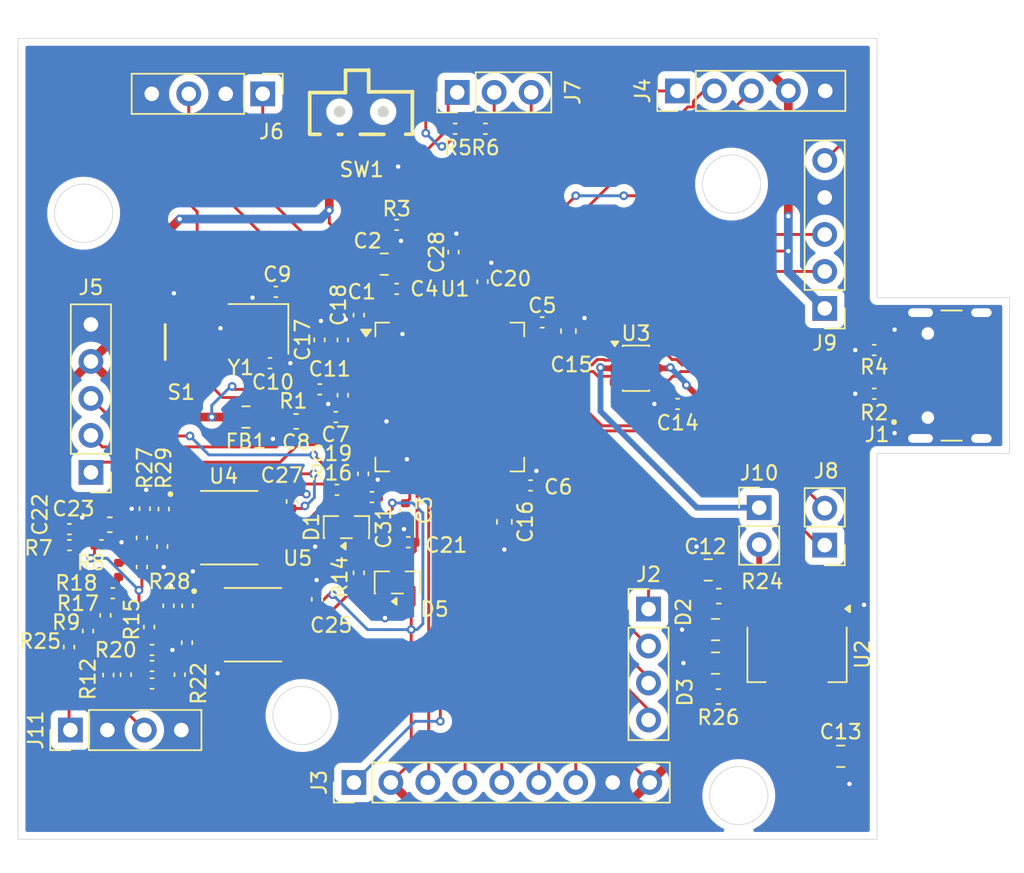
<source format=kicad_pcb>
(kicad_pcb (version 20241229) (generator "pcbnew") (generator_version "9.0")
  (layers (0 "F.Cu" signal) (2 "B.Cu" power) (13 "F.Paste" user) (15 "B.Paste" user) (5 "F.SilkS" user "F.Silkscreen") (7 "B.SilkS" user "B.Silkscreen") (1 "F.Mask" user) (3 "B.Mask" user) (25 "Edge.Cuts" user))
  (net 0 "")
  (net 1 "+3.3V")
  (net 2 "GND")
  (net 3 "+3.3VA")
  (net 4 "/HSE_IN")
  (net 5 "/HES_OUT")
  (net 6 "/RESET")
  (net 7 "+5V")
  (net 8 "/VBUS")
  (net 9 "/VCAP_2")
  (net 10 "/VCAP_1")
  (net 11 "/CHL_Select")
  (net 12 "/Pause")
  (net 13 "/Encode_2")
  (net 14 "/Encode_1")
  (net 15 "/ADC_2")
  (net 16 "+1V65")
  (net 17 "/ADC Inputs/OPA2_IN")
  (net 18 "/ADC Inputs/OPA1_IN")
  (net 19 "/ADC_1")
  (net 20 "/USB_D-")
  (net 21 "/CC2")
  (net 23 "/CC1")
  (net 25 "/USB_D+")
  (net 26 "/SD_MISO")
  (net 27 "/SD_MOSI")
  (net 28 "/SD_SCK")
  (net 29 "/SD_CS")
  (net 30 "/LCD_MOSI")
  (net 31 "/LCD_RESET")
  (net 32 "/LCD_SCK")
  (net 33 "/LCD_CS")
  (net 34 "/LCD_MISO")
  (net 35 "/LCD_DC{slash}RS")
  (net 36 "/TIM2_1B")
  (net 37 "/TIM2_1A")
  (net 38 "/TIM5_2B")
  (net 39 "/TIM5_2A")
  (net 40 "/I2C1_SDA")
  (net 41 "/Scale_Axis")
  (net 42 "/I2C1_SCL")
  (net 43 "/USART1_TX")
  (net 44 "/USART1_RX")
  (net 45 "/SWD_IO")
  (net 46 "/SWD_CLK")
  (net 47 "/5V_OUT")
  (net 48 "/Scope_In2")
  (net 49 "/Scope_In1")
  (net 50 "/BOOT_R")
  (net 51 "/BOOT")
  (net 52 "Net-(R25-Pad1)")
  (net 53 "Net-(R17-Pad2)")
  (net 54 "Net-(R12-Pad1)")
  (net 55 "/ADC Inputs/OPA2_OUT")
  (net 56 "/ADC Inputs/OPA1_OUT")
  (net 57 "Net-(R17-Pad1)")
  (net 58 "Net-(R18-Pad2)")
  (net 59 "Net-(R20-Pad2)")
  (net 60 "Net-(R21-Pad1)")
  (net 61 "Net-(R22-Pad2)")
  (net 62 "/ADC Inputs/IN+1")
  (net 63 "/ADC Inputs/IN+2")
  (net 65 "/D+")
  (net 71 "/D-")
  (net 92 "/5V_LED")
  (net 93 "/3V_LED")
  (footprint "Capacitor_SMD:C_0402_1005Metric" (layer "F.Cu") (at 142.9 102.7 90)
    (property "Reference" "C27")
    (property "Value" "100n")
  )
  (footprint "Capacitor_SMD:C_0402_1005Metric" (layer "F.Cu") (at 130.6 109)
    (property "Reference" "R18")
    (property "Value" "10M")
  )
  (footprint "Capacitor_SMD:C_0402_1005Metric" (layer "F.Cu") (at 133.1 111.32 90)
    (property "Reference" "R15")
    (property "Value" "1M")
  )
  (footprint "Capacitor_SMD:C_0402_1005Metric" (layer "F.Cu") (at 148.4 102.4 180)
    (property "Reference" "C31")
    (property "Value" "47p")
  )
  (footprint "Capacitor_SMD:C_0402_1005Metric" (layer "F.Cu") (at 128.9 111.6 90)
    (property "Reference" "R9")
    (property "Value" "10M")
  )
  (footprint "Connector_PinHeader_2.54mm:PinHeader_1x02_P2.54mm_Vertical" (layer "F.Cu") (at 175 103.125)
    (property "Reference" "J10")
    (property "Value" "Conn_01x02_Pin")
  )
  (footprint "Capacitor_SMD:C_0402_1005Metric" (layer "F.Cu") (at 127.625 105.7 180)
    (property "Reference" "R7")
    (property "Value" "10k")
  )
  (footprint "Capacitor_SMD:C_0402_1005Metric" (layer "F.Cu") (at 144.8 91.6 90)
    (property "Reference" "C17")
    (property "Value" "100n")
  )
  (footprint "Capacitor_SMD:C_0402_1005Metric" (layer "F.Cu") (at 133.3 114)
    (property "Reference" "R23" (hide yes))
    (property "Value" "10M")
  )
  (footprint "Capacitor_SMD:C_0402_1005Metric" (layer "F.Cu") (at 133.3 112.9 180)
    (property "Reference" "R13" (hide yes))
    (property "Value" "1M")
  )
  (footprint "Capacitor_SMD:C_0402_1005Metric" (layer "F.Cu") (at 131 107.4 -90)
    (property "Reference" "R19" (hide yes))
    (property "Value" "10M")
  )
  (footprint "Capacitor_SMD:C_0805_2012Metric" (layer "F.Cu") (at 139.75 96.9 180)
    (property "Reference" "FB1")
    (property "Value" "600R @ 100MHz")
  )
  (footprint "Capacitor_SMD:C_0402_1005Metric" (layer "F.Cu") (at 144.63 109.42 90)
    (property "Reference" "C25")
    (property "Value" "100n")
  )
  (footprint "Capacitor_SMD:C_0805_2012Metric" (layer "F.Cu") (at 180.6 120.2)
    (property "Reference" "C13")
    (property "Value" "10u")
  )
  (footprint "Package_TO_SOT_SMD:SOT-23-6" (layer "F.Cu") (at 166.5375 93.55)
    (property "Reference" "U3")
    (property "Value" "USBLC6-2SC6")
  )
  (footprint "Capacitor_SMD:C_0402_1005Metric" (layer "F.Cu") (at 144.82 95 180)
    (property "Reference" "R1")
    (property "Value" "10k")
  )
  (footprint "Capacitor_SMD:C_0402_1005Metric" (layer "F.Cu") (at 127.6 112.7 -90)
    (property "Reference" "R25")
    (property "Value" "10M")
  )
  (footprint "Capacitor_SMD:C_0603_1608Metric" (layer "F.Cu") (at 161.9 91 90)
    (property "Reference" "C15")
    (property "Value" "2.2u")
  )
  (footprint "Capacitor_SMD:C_0402_1005Metric" (layer "F.Cu") (at 156.2 77.1)
    (property "Reference" "R6")
    (property "Value" "5k1")
  )
  (footprint "02Footprints:SHOUHAN_TYPE-C_16PIN_2MD__073_" (layer "F.Cu") (at 189.1875 94.05 90)
    (property "Reference" "J1")
    (property "Value" "TYPE-C_16PIN_2MD__073_")
  )
  (footprint "Capacitor_SMD:C_0402_1005Metric" (layer "F.Cu") (at 135.7 112.4 -90)
    (property "Reference" "C24" (hide yes))
    (property "Value" "100n")
  )
  (footprint "Capacitor_SMD:C_0402_1005Metric" (layer "F.Cu") (at 147.5 89.9 90)
    (property "Reference" "C1")
    (property "Value" "100n")
  )
  (footprint "Capacitor_SMD:C_0402_1005Metric" (layer "F.Cu") (at 133.3 115.2 180)
    (property "Reference" "R21" (hide yes))
    (property "Value" "10M")
  )
  (footprint "Capacitor_SMD:C_0402_1005Metric" (layer "F.Cu") (at 182.9 95.3 180)
    (property "Reference" "R2")
    (property "Value" "5k1")
  )
  (footprint "Capacitor_SMD:C_0402_1005Metric" (layer "F.Cu") (at 150.9 105.5 180)
    (property "Reference" "C21")
    (property "Value" "47p")
  )
  (footprint "Capacitor_SMD:C_0402_1005Metric" (layer "F.Cu") (at 154.12 77.1 180)
    (property "Reference" "R5")
    (property "Value" "5k1")
  )
  (footprint "Capacitor_SMD:C_0805_2012Metric" (layer "F.Cu") (at 149.25 86.4)
    (property "Reference" "C2")
    (property "Value" "10u")
  )
  (footprint "Connector_PinHeader_2.54mm:PinHeader_1x09_P2.54mm_Vertical" (layer "F.Cu") (at 147.16 122 90)
    (property "Reference" "J3")
    (property "Value" "Conn_01x09_Pin")
  )
  (footprint "Capacitor_SMD:C_0402_1005Metric" (layer "F.Cu") (at 159.3 101.6)
    (property "Reference" "C6")
    (property "Value" "100n")
  )
  (footprint "Connector_PinHeader_2.54mm:PinHeader_1x05_P2.54mm_Vertical" (layer "F.Cu") (at 169.38 74.5 90)
    (property "Reference" "J4")
    (property "Value" "Conn_01x05_Pin")
  )
  (footprint "Capacitor_SMD:C_0805_2012Metric" (layer "F.Cu") (at 172 113.8)
    (property "Reference" "D3")
    (property "Value" "LED")
  )
  (footprint "Connector_PinHeader_2.54mm:PinHeader_1x04_P2.54mm_Vertical" (layer "F.Cu") (at 140.9 74.7 -90)
    (property "Reference" "J6")
    (property "Value" "Conn_01x04_Pin")
  )
  (footprint "Capacitor_SMD:C_0402_1005Metric" (layer "F.Cu") (at 154 85.58 90)
    (property "Reference" "C28")
    (property "Value" "100n")
  )
  (footprint "Capacitor_SMD:C_0402_1005Metric" (layer "F.Cu") (at 182.9 92.3 180)
    (property "Reference" "R4")
    (property "Value" "5k1")
  )
  (footprint "02Footprints:SOIC127P599X175-8N" (layer "F.Cu") (at 138.6 104.5)
    (property "Reference" "U4")
    (property "Value" "OPA350UA_2K5")
  )
  (footprint "Capacitor_SMD:C_0402_1005Metric" (layer "F.Cu") (at 129.825 105.7 180)
    (property "Reference" "R8")
    (property "Value" "10k")
  )
  (footprint "Capacitor_SMD:C_0402_1005Metric" (layer "F.Cu") (at 141.8 88.3 180)
    (property "Reference" "C9")
    (property "Value" "18pF")
  )
  (footprint "Capacitor_SMD:C_0603_1608Metric" (layer "F.Cu") (at 143.2 97.2 180)
    (property "Reference" "C8")
    (property "Value" "4.7u")
  )
  (footprint "Capacitor_SMD:C_0402_1005Metric" (layer "F.Cu") (at 132.6 107.2 -90)
    (property "Reference" "R11" (hide yes))
    (property "Value" "1M")
  )
  (footprint "Capacitor_SMD:C_0402_1005Metric" (layer "F.Cu") (at 132.8 103.2 -90)
    (property "Reference" "R27")
    (property "Value" "10k")
  )
  (footprint "Capacitor_SMD:C_0402_1005Metric" (layer "F.Cu") (at 150.1 83.7 180)
    (property "Reference" "R3")
    (property "Value" "10k")
  )
  (footprint "Capacitor_SMD:C_0402_1005Metric" (layer "F.Cu") (at 146 101.9)
    (property "Reference" "R16")
    (property "Value" "100")
  )
  (footprint "Capacitor_SMD:C_0402_1005Metric" (layer "F.Cu") (at 147.5 107.6 90)
    (property "Reference" "R14")
    (property "Value" "100")
  )
  (footprint "02Footprints:SOIC127P599X175-8N" (layer "F.Cu") (at 140.23 111.165)
    (property "Reference" "U5")
    (property "Value" "OPA350UA_2K5")
  )
  (footprint "Connector_PinHeader_2.54mm:PinHeader_1x04_P2.54mm_Vertical" (layer "F.Cu") (at 167.4 110.09)
    (property "Reference" "J2")
    (property "Value" "Conn_01x04_Pin")
  )
  (footprint "Capacitor_SMD:C_0402_1005Metric" (layer "F.Cu") (at 147.8 100.8 -90)
    (property "Reference" "C19")
    (property "Value" "100n")
  )
  (footprint "Crystal:Crystal_SMD_3225-4Pin_3.2x2.5mm" (layer "F.Cu") (at 140.6 90.85 180)
    (property "Reference" "Y1")
    (property "Value" "24MHz")
  )
  (footprint "Package_TO_SOT_SMD:SOT-23" (layer "F.Cu") (at 146.65 104.4625 90)
    (property "Reference" "D1")
    (property "Value" "BAT54SLT1G")
  )
  (footprint "Capacitor_SMD:C_0805_2012Metric" (layer "F.Cu") (at 171.5 107.4 180)
    (property "Reference" "C12")
    (property "Value" "10u")
  )
  (footprint "Connector_PinHeader_2.54mm:PinHeader_1x05_P2.54mm_Vertical" (layer "F.Cu") (at 129.1 100.7 180)
    (property "Reference" "J5")
    (property "Value" "Conn_01x05_Pin")
  )
  (footprint "02Footprints:SW-SMD_SSSS810701" (layer "F.Cu") (at 147.722284 77.929217 180)
    (property "Reference" "SW1")
    (property "Value" "SW_SPDT")
    (fp_poly (pts (xy 1.949078 1.95079) (xy 1.922052 1.849927) (xy 1.869841 1.759495) (xy 1.796005 1.685659) (xy 1.705573 1.633448) (xy 1.60471 1.606422) (xy 1.50029 1.606422) (xy 1.399427 1.633448) (xy 1.308995 1.685659) (xy 1.235159 1.759495) (xy 1.182948 1.849927) (xy 1.155922 1.95079) (xy 1.155922 2.05521) (xy 1.182948 2.156073) (xy 1.235159 2.246505) (xy 1.308995 2.320341) (xy 1.399427 2.372552) (xy 1.50029 2.399578) (xy 1.60471 2.399578) (xy 1.705573 2.372552) (xy 1.796005 2.320341) (xy 1.869841 2.246505) (xy 1.922052 2.156073) (xy 1.949078 2.05521)) (fill yes) (layer "Edge.Cuts"))
    (fp_poly (pts (xy -1.053422 1.94779) (xy -1.080448 1.846927) (xy -1.132659 1.756495) (xy -1.206495 1.682659) (xy -1.296927 1.630448) (xy -1.39779 1.603422) (xy -1.50221 1.603422) (xy -1.603073 1.630448) (xy -1.693505 1.682659) (xy -1.767341 1.756495) (xy -1.819552 1.846927) (xy -1.846578 1.94779) (xy -1.846578 2.05221) (xy -1.819552 2.153073) (xy -1.767341 2.243505) (xy -1.693505 2.317341) (xy -1.603073 2.369552) (xy -1.50221 2.396578) (xy -1.39779 2.396578) (xy -1.296927 2.369552) (xy -1.206495 2.317341) (xy -1.132659 2.243505) (xy -1.080448 2.153073) (xy -1.053422 2.05221)) (fill yes) (layer "Edge.Cuts"))
  )
  (footprint "Capacitor_SMD:C_0402_1005Metric" (layer "F.Cu") (at 134.43 109.865 -90)
    (property "Reference" "R28")
    (property "Value" "10k")
  )
  (footprint "Capacitor_SMD:C_0402_1005Metric" (layer "F.Cu") (at 135.2 114.6 90)
    (property "Reference" "R22")
    (property "Value" "10M")
  )
  (footprint "Capacitor_SMD:C_0402_1005Metric" (layer "F.Cu") (at 135.73 109.865 90)
    (property "Reference" "R30" (hide yes))
    (property "Value" "30k")
  )
  (footprint "Connector_PinHeader_2.54mm:PinHeader_1x03_P2.54mm_Vertical" (layer "F.Cu") (at 154.26 74.6 90)
    (property "Reference" "J7")
    (property "Value" "Conn_01x03_Pin")
  )
  (footprint "Capacitor_SMD:C_0402_1005Metric" (layer "F.Cu") (at 145.92 96.9 180)
    (property "Reference" "C7")
    (property "Value" "100n")
  )
  (footprint "Capacitor_SMD:C_0402_1005Metric" (layer "F.Cu") (at 150.1 88.1)
    (property "Reference" "C4")
    (property "Value" "100n")
  )
  (footprint "Capacitor_SMD:C_0402_1005Metric" (layer "F.Cu") (at 127.625 104.6)
    (property "Reference" "C22")
    (property "Value" "100n")
  )
  (footprint "Capacitor_SMD:C_0402_1005Metric" (layer "F.Cu") (at 169.4 96 180)
    (property "Reference" "C14")
    (property "Value" "100n")
  )
  (footprint "Connector_PinHeader_2.54mm:PinHeader_1x04_P2.54mm_Vertical" (layer "F.Cu") (at 127.69 118.4 90)
    (property "Reference" "J11")
    (property "Value" "Conn_01x04_Pin")
  )
  (footprint "Capacitor_SMD:C_0402_1005Metric" (layer "F.Cu") (at 131.5 114.6 -90)
    (property "Reference" "R20")
    (property "Value" "10M")
  )
  (footprint "Capacitor_SMD:C_0603_1608Metric" (layer "F.Cu") (at 130.4 104.3)
    (property "Reference" "C23")
    (property "Value" "2.2u")
  )
  (footprint "Connector_PinHeader_2.54mm:PinHeader_1x05_P2.54mm_Vertical" (layer "F.Cu") (at 179.5 89.44 180)
    (property "Reference" "J9")
    (property "Value" "Conn_01x05_Pin")
  )
  (footprint "Capacitor_SMD:C_0402_1005Metric" (layer "F.Cu") (at 130.1 110.52 -90)
    (property "Reference" "R17")
    (property "Value" "10M")
  )
  (footprint "Capacitor_SMD:C_0402_1005Metric" (layer "F.Cu") (at 146.4 95.4 -90)
    (property "Reference" "C11")
    (property "Value" "100n")
  )
  (footprint "Capacitor_SMD:C_0402_1005Metric" (layer "F.Cu") (at 134 105.8 -90)
    (property "Reference" "C26" (hide yes))
    (property "Value" "100n")
  )
  (footprint "Capacitor_SMD:C_0603_1608Metric" (layer "F.Cu") (at 157.5 104.1 -90)
    (property "Reference" "C16")
    (property "Value" "2.2u")
  )
  (footprint "Capacitor_SMD:C_0402_1005Metric" (layer "F.Cu") (at 150.7 103.3 -90)
    (property "Reference" "C3")
    (property "Value" "100n")
  )
  (footprint "Package_QFP:LQFP-64_10x10mm_P0.5mm" (layer "F.Cu") (at 153.75 95.525)
    (property "Reference" "U1")
    (property "Value" "STM32F405RGT6")
  )
  (footprint "Capacitor_SMD:C_0402_1005Metric" (layer "F.Cu") (at 160.1 90.4)
    (property "Reference" "C5")
    (property "Value" "100n")
  )
  (footprint "Capacitor_SMD:C_0603_1608Metric" (layer "F.Cu") (at 172.2 116.1 180)
    (property "Reference" "R26")
    (property "Value" "330")
  )
  (footprint "Capacitor_SMD:C_0402_1005Metric" (layer "F.Cu") (at 141.4 93.2)
    (property "Reference" "C10")
    (property "Value" "18pF")
  )
  (footprint "Capacitor_SMD:C_0402_1005Metric" (layer "F.Cu") (at 132.6 105.2 -90)
    (property "Reference" "R10" (hide yes))
    (property "Value" "1M")
  )
  (footprint "Package_TO_SOT_SMD:SOT-23" (layer "F.Cu") (at 150.15 108.2625 90)
    (property "Reference" "D5")
    (property "Value" "BAT54SLT1G")
  )
  (footprint "Capacitor_SMD:C_0805_2012Metric" (layer "F.Cu") (at 172 111.5)
    (property "Reference" "D2")
    (property "Value" "LED")
  )
  (footprint "Capacitor_SMD:C_0603_1608Metric" (layer "F.Cu") (at 172.225 109.2 180)
    (property "Reference" "R24")
    (property "Value" "330")
  )
  (footprint "Capacitor_SMD:C_0402_1005Metric" (layer "F.Cu") (at 146.4 91.6 90)
    (property "Reference" "C18")
    (property "Value" "100n")
  )
  (footprint "02Footprints:SW_KMR221GLFS" (layer "F.Cu") (at 135.6 91.75 -90)
    (property "Reference" "S1")
    (property "Value" "KMR221GLFS")
  )
  (footprint "Package_TO_SOT_SMD:SOT-223-3_TabPin2" (layer "F.Cu") (at 177.6 113.2 -90)
    (property "Reference" "U2")
    (property "Value" "AMS1117-3.3")
  )
  (footprint "Capacitor_SMD:C_0402_1005Metric" (layer "F.Cu") (at 134.1 103.22 90)
    (property "Reference" "R29")
    (property "Value" "30k")
  )
  (footprint "Connector_PinHeader_2.54mm:PinHeader_1x02_P2.54mm_Vertical" (layer "F.Cu") (at 179.5 105.7 180)
    (property "Reference" "J8")
    (property "Value" "Conn_01x02_Pin")
  )
  (footprint "Capacitor_SMD:C_0402_1005Metric" (layer "F.Cu") (at 130.3 114.62 -90)
    (property "Reference" "R12")
    (property "Value" "10M")
  )
  (footprint "Capacitor_SMD:C_0402_1005Metric" (layer "F.Cu") (at 156 87.6 90)
    (property "Reference" "C20")
    (property "Value" "100n")
  )
  (gr_circle (center 173.1 80.9) (end 173.1 82.9) (stroke (width 0.05)) (fill no) (layer "Edge.Cuts"))
  (gr_circle (center 173.6 122.9) (end 173.6 120.9) (stroke (width 0.05)) (fill no) (layer "Edge.Cuts"))
  (gr_circle (center 128.6 82.9) (end 128.6 80.9) (stroke (width 0.05)) (fill no) (layer "Edge.Cuts"))
  (gr_line (start 192.2 88.7) (end 192.2 99.4) (stroke (width 0.05)) (layer "Edge.Cuts"))
  (gr_line (start 192.2 99.4) (end 183.1 99.4) (stroke (width 0.05)) (layer "Edge.Cuts"))
  (gr_line (start 183.1 70.9) (end 124.1 70.9) (stroke (width 0.05)) (layer "Edge.Cuts"))
  (gr_line (start 124.1 125.9) (end 183.1 125.9) (stroke (width 0.05)) (layer "Edge.Cuts"))
  (gr_line (start 124.1 70.9) (end 124.1 125.9) (stroke (width 0.05)) (layer "Edge.Cuts"))
  (gr_line (start 183.1 99.4) (end 183.1 125.9) (stroke (width 0.05)) (layer "Edge.Cuts"))
  (gr_line (start 183.1 70.9) (end 183.1 88.7) (stroke (width 0.05)) (layer "Edge.Cuts"))
  (gr_line (start 192.2 88.7) (end 183.1 88.7) (stroke (width 0.05)) (layer "Edge.Cuts"))
  (gr_circle (center 143.6 117.4) (end 143.6 119.4) (stroke (width 0.05)) (fill no) (layer "Edge.Cuts"))
  (segment (start 142.215 103.865) (end 142.9 103.18) (width 0.2) (layer "F.Cu") (net 1))
  (segment (start 147.6 105.4) (end 149.8 103.2) (width 0.2) (layer "F.Cu") (net 1))
  (segment (start 154.6 77.1) (end 153.391091 78.308909) (width 0.2) (layer "F.Cu") (net 1))
  (segment (start 142.73 110.5) (end 142.7 110.53) (width 0.2) (layer "F.Cu") (net 1))
  (segment (start 145.43 109.1) (end 144.63 109.9) (width 0.2) (layer "F.Cu") (net 1))
  (segment (start 148.71 90.38) (end 149.62 89.47) (width 0.2) (layer "F.Cu") (net 1))
  (segment (start 149.8 102.8) (end 150.68 102.8) (width 0.2) (layer "F.Cu") (net 1))
  (segment (start 167.48 122) (end 164.78 124.7) (width 0.6) (layer "F.Cu") (net 1))
  (segment (start 177.55 116.4) (end 177.6 116.35) (width 0.6) (layer "F.Cu") (net 1))
  (segment (start 159.62 91.58) (end 159.425 91.775) (width 0.2) (layer "F.Cu") (net 1))
  (segment (start 130.3 124.7) (end 125.6 120) (width 0.6) (layer "F.Cu") (net 1))
  (segment (start 147.5 90.38) (end 148.71 90.38) (width 0.2) (layer "F.Cu") (net 1))
  (segment (start 152.1 77.4) (end 152.1 72.4) (width 0.2) (layer "F.Cu") (net 1))
  (segment (start 125.6 107.245) (end 127.145 105.7) (width 0.6) (layer "F.Cu") (net 1))
  (segment (start 144.03 110.5) (end 142.73 110.5) (width 0.2) (layer "F.Cu") (net 1))
  (segment (start 157.5 101.2) (end 158.42 101.2) (width 0.2) (layer "F.Cu") (net 1))
  (segment (start 144.4 100.8) (end 132.6 100.8) (width 0.2) (layer "F.Cu") (net 1))
  (segment (start 164.2 118.72) (end 167.48 122) (width 0.2) (layer "F.Cu") (net 1))
  (segment (start 167.48 122) (end 167.5 122) (width 0.6) (layer "F.Cu") (net 1))
  (segment (start 151.1 111.5) (end 151.1 109.2) (width 0.2) (layer "F.Cu") (net 1))
  (segment (start 147.5 91.2) (end 148.075 91.775) (width 0.2) (layer "F.Cu") (net 1))
  (segment (start 148.3 86.4) (end 149.62 87.72) (width 0.2) (layer "F.Cu") (net 1))
  (segment (start 143.62 103.18) (end 143.8 103) (width 0.2) (layer "F.Cu") (net 1))
  (segment (start 144.972206 77.429139) (end 143.429139 77.429139) (width 0.6) (layer "F.Cu") (net 1))
  (segment (start 158.42 101.2) (end 158.82 101.6) (width 0.2) (layer "F.Cu") (net 1))
  (segment (start 144.63 109.9) (end 144.03 110.5) (width 0.2) (layer "F.Cu") (net 1))
  (segment (start 164.2 116) (end 164.2 118.72) (width 0.2) (layer "F.Cu") (net 1))
  (segment (start 131.4 90.78) (end 131.4 87.1) (width 0.6) (layer "F.Cu") (net 1))
  (segment (start 127.145 104.6) (end 127.145 105.7) (width 0.2) (layer "F.Cu") (net 1))
  (segment (start 129.1 93.08) (end 132.92 96.9) (width 0.6) (layer "F.Cu") (net 1))
  (segment (start 167.5 122) (end 169.4 120.1) (width 0.6) (layer "F.Cu") (net 1))
  (segment (start 152.4 124.7) (end 130.3 124.7) (width 0.6) (layer "F.Cu") (net 1))
  (segment (start 164.78 124.7) (end 152.4 124.7) (width 0.6) (layer "F.Cu") (net 1))
  (segment (start 152 72.3) (end 174.8 72.3) (width 0.6) (layer "F.Cu") (net 1))
  (segment (start 143.3 77.3) (end 143.3 74.7) (width 0.6) (layer "F.Cu") (net 1))
  (segment (start 145.472284 77.929217) (end 144.972206 77.429139) (width 0.6) (layer "F.Cu") (net 1))
  (segment (start 147.5 90.38) (end 147.5 90.78) (width 0.2) (layer "F.Cu") (net 1))
  (segment (start 125.6 103.1) (end 125.6 96.58) (width 0.6) (layer "F.Cu") (net 1))
  (segment (start 149.62 87.72) (end 149.62 88.1) (width 0.2) (layer "F.Cu") (net 1))
  (segment (start 137.4 96.9) (end 138.8 96.9) (width 0.6) (layer "F.Cu") (net 1))
  (segment (start 139 95) (end 138.8 94.8) (width 0.2) (layer "F.Cu") (net 1))
  (segment (start 159.62 90.4) (end 164.52 85.5) (width 0.2) (layer "F.Cu") (net 1))
  (segment (start 145.7 109.1) (end 145.7 109.175) (width 0.2) (layer "F.Cu") (net 1))
  (segment (start 145.7 109.1) (end 145.43 109.1) (width 0.2) (layer "F.Cu") (net 1))
  (segment (start 164.52 85.5) (end 177 85.5) (width 0.2) (layer "F.Cu") (net 1))
  (segment (start 141.07 103.865) (end 142.215 103.865) (width 0.2) (layer "F.Cu") (net 1))
  (segment (start 143.429139 77.429139) (end 143.3 77.3) (width 0.6) (layer "F.Cu") (net 1))
  (segment (start 143.3 74.7) (end 145.7 72.3) (width 0.6) (layer "F.Cu") (net 1))
  (segment (start 179.65 120.2) (end 179.65 118.45) (width 0.2) (layer "F.Cu") (net 1))
  (segment (start 174.8 72.3) (end 177 74.5) (width 0.6) (layer "F.Cu") (net 1))
  (segment (start 152.1 72.4) (end 152 72.3) (width 0.2) (layer "F.Cu") (net 1))
  (segment (start 177.35 116.1) (end 177.6 116.35) (width 0.4) (layer "F.Cu") (net 1))
  (segment (start 132.92 96.9) (end 137.4 96.9) (width 0.6) (layer "F.Cu") (net 1))
  (segment (start 151.1 111.5) (end 151.1 120.6) (width 0.2) (layer "F.Cu") (net 1))
  (segment (start 154.6 77.1) (end 155.72 77.1) (width 0.2) (layer "F.Cu") (net 1))
  (segment (start 144.34 95) (end 139 95) (width 0.2) (layer "F.Cu") (net 1))
  (segment (start 130.3 103.1) (end 125.6 103.1) (width 0.2) (layer "F.Cu") (net 1))
  (segment (start 153.391091 78.308909) (end 153.208909 78.308909) (width 0.2) (layer "F.Cu") (net 1))
  (segment (start 132.6 100.8) (end 130.3 103.1) (width 0.2) (layer "F.Cu") (net 1))
  (segment (start 131.4 87.1) (end 135.2 83.3) (width 0.6) (layer "F.Cu") (net 1))
  (segment (start 149.62 88.1) (end 149.62 89.47) (width 0.2) (layer "F.Cu") (net 1))
  (segment (start 177.6 110.05) (end 177.6 116.35) (width 0.6) (layer "F.Cu") (net 1))
  (segment (start 125.6 107.245) (end 125.6 103.1) (width 0.6) (layer "F.Cu") (net 1))
  (segment (start 150.68 102.8) (end 150.7 102.82) (width 0.2) (layer "F.Cu") (net 1))
  (segment (start 151.1 120.6) (end 149.7 122) (width 0.2) (layer "F.Cu") (net 1))
  (segment (start 147.5 90.78) (end 147.5 91.2) (width 0.2) (layer "F.Cu") (net 1))
  (segment (start 145.472284 82.7) (end 145.472284 77.929217) (width 0.6) (layer "F.Cu") (net 1))
  (segment (start 145.472284 82.7) (end 145.472284 83.572284) (width 0.2) (layer "F.Cu") (net 1))
  (segment (start 171.8 117.7) (end 173.4 117.7) (width 0.6) (layer "F.Cu") (net 1))
  (segment (start 169.4 120.1) (end 171.8 117.7) (width 0.6) (layer "F.Cu") (net 1))
  (segment (start 150.7 102.82) (end 151 102.52) (width 0.2) (layer "F.Cu") (net 1))
  (segment (start 149.62 89.47) (end 150 89.85) (width 0.2) (layer "F.Cu") (net 1))
  (segment (start 151 102.52) (end 151 101.2) (width 0.2) (layer "F.Cu") (net 1))
  (segment (start 149.8 103.2) (end 149.8 102.8) (width 0.2) (layer "F.Cu") (net 1))
  (segment (start 145.7 72.3) (end 152 72.3) (width 0.6) (layer "F.Cu") (net 1))
  (segment (start 152.4 124.7) (end 149.7 122) (width 0.6) (layer "F.Cu") (net 1))
  (segment (start 145.472284 83.572284) (end 148.3 86.4) (width 0.2) (layer "F.Cu") (net 1))
  (segment (start 142.9 103.18) (end 143.62 103.18) (width 0.2) (layer "F.Cu") (net 1))
  (segment (start 129.1 93.08) (end 131.4 90.78) (width 0.6) (layer "F.Cu") (net 1))
  (segment (start 125.6 120) (end 125.6 107.245) (width 0.6) (layer "F.Cu") (net 1))
  (segment (start 159.62 90.4) (end 159.62 91.58) (width 0.2) (layer "F.Cu") (net 1))
  (segment (start 177 74.5) (end 177 83.1) (width 0.6) (layer "F.Cu") (net 1))
  (segment (start 158.82 110.62) (end 164.2 116) (width 0.2) (layer "F.Cu") (net 1))
  (segment (start 158.82 101.6) (end 158.82 110.62) (width 0.2) (layer "F.Cu") (net 1))
  (segment (start 179.65 118.45) (end 179.6 118.4) (width 0.2) (layer "F.Cu") (net 1))
  (segment (start 125.6 96.58) (end 129.1 93.08) (width 0.6) (layer "F.Cu") (net 1))
  (via (at 145.7 109.1) (size 0.6) (drill 0.3) (layers "F.Cu" "B.Cu") (net 1))
  (via (at 177 83.1) (size 0.6) (drill 0.3) (layers "F.Cu" "B.Cu") (net 1))
  (via (at 144.4 100.8) (size 0.6) (drill 0.3) (layers "F.Cu" "B.Cu") (net 1))
  (via (at 143.8 103) (size 0.6) (drill 0.3) (layers "F.Cu" "B.Cu") (net 1))
  (via (at 151.1 111.5) (size 0.6) (drill 0.3) (layers "F.Cu" "B.Cu") (net 1))
  (via (at 138.8 94.8) (size 0.6) (drill 0.3) (layers "F.Cu" "B.Cu") (net 1))
  (via (at 152.1 77.4) (size 0.6) (drill 0.3) (layers "F.Cu" "B.Cu") (net 1))
  (via (at 153.208909 78.308909) (size 0.6) (drill 0.3) (layers "F.Cu" "B.Cu") (net 1))
  (via (at 137.4 96.9) (size 0.6) (drill 0.3) (layers "F.Cu" "B.Cu") (net 1))
  (via (at 149.8 102.8) (size 0.6) (drill 0.3) (layers "F.Cu" "B.Cu") (net 1))
  (via (at 145.472284 82.7) (size 0.6) (drill 0.3) (layers "F.Cu" "B.Cu") (net 1))
  (via (at 135.2 83.3) (size 0.6) (drill 0.3) (layers "F.Cu" "B.Cu") (net 1))
  (via (at 177 85.5) (size 0.6) (drill 0.3) (layers "F.Cu" "B.Cu") (net 1))
  (segment (start 151.5 111.5) (end 151.9 111.1) (width 0.2) (layer "B.Cu") (net 1))
  (segment (start 137.4 96.1) (end 137.4 96.9) (width 0.2) (layer "B.Cu") (net 1))
  (segment (start 151.9 111.1) (end 151.9 103.5) (width 0.2) (layer "B.Cu") (net 1))
  (segment (start 151.2 102.8) (end 149.8 102.8) (width 0.2) (layer "B.Cu") (net 1))
  (segment (start 143.8 103) (end 143.879232 103) (width 0.2) (layer "B.Cu") (net 1))
  (segment (start 153.008909 78.308909) (end 152.1 77.4) (width 0.2) (layer "B.Cu") (net 1))
  (segment (start 153.208909 78.308909) (end 153.008909 78.308909) (width 0.2) (layer "B.Cu") (net 1))
  (segment (start 138.8 94.8) (end 138.7 94.8) (width 0.2) (layer "B.Cu") (net 1))
  (segment (start 148.1 111.5) (end 145.7 109.1) (width 0.2) (layer "B.Cu") (net 1))
  (segment (start 177 85.5) (end 177 86.94) (width 0.6) (layer "B.Cu") (net 1))
  (segment (start 151.1 111.5) (end 148.1 111.5) (width 0.2) (layer "B.Cu") (net 1))
  (segment (start 177 83.1) (end 177 85.5) (width 0.6) (layer "B.Cu") (net 1))
  (segment (start 143.879232 103) (end 144.451 102.428232) (width 0.2) (layer "B.Cu") (net 1))
  (segment (start 144.872284 83.3) (end 145.472284 82.7) (width 0.6) (layer "B.Cu") (net 1))
  (segment (start 135.2 83.3) (end 144.872284 83.3) (width 0.6) (layer "B.Cu") (net 1))
  (segment (start 138.7 94.8) (end 137.4 96.1) (width 0.2) (layer "B.Cu") (net 1))
  (segment (start 177 86.94) (end 179.5 89.44) (width 0.6) (layer "B.Cu") (net 1))
  (segment (start 144.451 102.428232) (end 144.451 100.851) (width 0.2) (layer "B.Cu") (net 1))
  (segment (start 151.1 111.5) (end 151.5 111.5) (width 0.2) (layer "B.Cu") (net 1))
  (segment (start 144.451 100.851) (end 144.4 100.8) (width 0.2) (layer "B.Cu") (net 1))
  (segment (start 151.9 103.5) (end 151.2 102.8) (width 0.2) (layer "B.Cu") (net 1))
  (segment (start 186.0825 98.37) (end 190.2625 98.37) (width 1) (layer "F.Cu") (net 2))
  (segment (start 141.88 93.2) (end 142.8 93.2) (width 0.2) (layer "F.Cu") (net 2))
  (segment (start 161.725 90.4) (end 161.9 90.225) (width 0.2) (layer "F.Cu") (net 2))
  (segment (start 150.7 103.78) (end 150.7 104.5) (width 0.2) (layer "F.Cu") (net 2))
  (segment (start 145.7 105.4) (end 144.9 105.4) (width 0.2) (layer "F.Cu") (net 2))
  (segment (start 170.55 105.95) (end 170.7 105.8) (width 0.4) (layer "F.Cu") (net 2))
  (segment (start 141.88 93.2) (end 141.88 91.88) (width 0.2) (layer "F.Cu") (net 2))
  (segment (start 142.425 97.575) (end 141.6 98.4) (width 0.2) (layer "F.Cu") (net 2))
  (segment (start 154 85.1) (end 154 84.5) (width 0.2) (layer "F.Cu") (net 2))
  (segment (start 135.7 112.88) (end 134.72 112.88) (width 0.2) (layer "F.Cu") (net 2))
  (segment (start 147.38 89.42) (end 146.6 90.2) (width 0.2) (layer "F.Cu") (net 2))
  (segment (start 131.2 105.5) (end 131.2 104.325) (width 0.2) (layer "F.Cu") (net 2))
  (segment (start 141.88 91.88) (end 141.7 91.7) (width 0.2) (layer "F.Cu") (net 2))
  (segment (start 133.78 112.9) (end 134.7 112.9) (width 0.2) (layer "F.Cu") (net 2))
  (segment (start 130.305 105.7) (end 131 105.7) (width 0.2) (layer "F.Cu") (net 2))
  (segment (start 134.8 89.7) (end 134.8 93.8) (width 0.2) (layer "F.Cu") (net 2))
  (segment (start 159.78 100.68) (end 159.7 100.6) (width 0.2) (layer "F.Cu") (net 2))
  (segment (start 131.9 103.2) (end 131.175 103.925) (width 0.2) (layer "F.Cu") (net 2))
  (segment (start 150.5 101.2) (end 150.5 100.1) (width 0.2) (layer "F.Cu") (net 2))
  (segment (start 134.43 108.67) (end 134.6 108.5) (width 0.2) (layer "F.Cu") (net 2))
  (segment (start 137.76 113.07) (end 137.76 114.46) (width 0.2) (layer "F.Cu") (net 2))
  (segment (start 137.05 91.75) (end 138 90.8) (width 0.2) (layer "F.Cu") (net 2))
  (segment (start 185.5175 90.85) (end 184.35 90.85) (width 0.2) (layer "F.Cu") (net 2))
  (segment (start 181.95 110.05) (end 182.2 109.8) (width 0.4) (layer "F.Cu") (net 2))
  (segment (start 141.32 88.3) (end 140.6 88.3) (width 0.2) (layer "F.Cu") (net 2))
  (segment (start 146.4 90.4) (end 146.6 90.2) (width 0.2) (layer "F.Cu") (net 2))
  (segment (start 131.2 104.325) (end 131.175 104.3) (width 0.2) (layer "F.Cu") (net 2))
  (segment (start 150.58 86.78) (end 150.2 86.4) (width 0.2) (layer "F.Cu") (net 2))
  (segment (start 143.88 102.22) (end 143.9 102.2) (width 0.2) (layer "F.Cu") (net 2))
  (segment (start 138 90.8) (end 138.7 90.8) (width 0.2) (layer "F.Cu") (net 2))
  (segment (start 149.2 109.2) (end 149.2 110.6) (width 0.2) (layer "F.Cu") (net 2))
  (segment (start 147.8 101.28) (end 148.72 101.28) (width 0.2) (layer "F.Cu") (net 2))
  (segment (start 150.42 104.78) (end 150.6 104.6) (width 0.2) (layer "F.Cu") (net 2))
  (segment (start 145.4 96) (end 145.4 96.86) (width 0.2) (layer "F.Cu") (net 2))
  (segment (start 145.52 95.88) (end 145.4 96) (width 0.2) (layer "F.Cu") (net 2))
  (segment (start 182.42 95.3) (end 181.6 95.3) (width 0.2) (layer "F.Cu") (net 2))
  (segment (start 132.8 102) (end 132.9 101.9) (width 0.2) (layer "F.Cu") (net 2))
  (segment (start 156 86.9) (end 156.6 86.3) (width 0.2) (layer "F.Cu") (net 2))
  (segment (start 150.5 100.1) (end 150.8 99.8) (width 0.2) (layer "F.Cu") (net 2))
  (segment (start 135.7 112.88) (end 137.57 112.88) (width 0.2) (layer "F.Cu") (net 2))
  (segment (start 185.5175 90.85) (end 185.5175 90.295) (width 0.2) (layer "F.Cu") (net 2))
  (segment (start 144.8 91.12) (end 144.8 90.4) (width 0.2) (layer "F.Cu") (net 2))
  (segment (start 134.8 89.7) (end 134.8 88.4) (width 0.2) (layer "F.Cu") (net 2))
  (segment (start 171.05 111.5) (end 169.7 111.5) (width 0.4) (layer "F.Cu") (net 2))
  (segment (start 146.4 95.88) (end 145.52 95.88) (width 0.2) (layer "F.Cu") (net 2))
  (segment (start 140.6 88.3) (end 140.2 88.7) (width 0.2) (layer "F.Cu") (net 2))
  (segment (start 134.72 112.88) (end 134.7 112.9) (width 0.2) (layer "F.Cu") (net 2))
  (segment (start 144.9 105.4) (end 144.5 105.8) (width 0.2) (layer "F.Cu") (net 2))
  (segment (start 185.5175 90.295) (end 186.0825 89.73) (width 0.2) (layer "F.Cu") (net 2))
  (segment (start 185.5175 97.25) (end 185.5175 97.805) (width 0.2) (layer "F.Cu") (net 2))
  (segment (start 186.0825 89.73) (end 190.2625 89.73) (width 1) (layer "F.Cu") (net 2))
  (segment (start 131 105.7) (end 131.2 105.5) (width 0.2) (layer "F.Cu") (net 2))
  (segment (start 150.58 88.1) (end 150.58 86.78) (width 0.2) (layer "F.Cu") (net 2))
  (segment (start 132.8 102.72) (end 132.8 102) (width 0.2) (layer "F.Cu") (net 2))
  (segment (start 134.43 109.385) (end 134.43 108.67) (width 0.2) (layer "F.Cu") (net 2))
  (segment (start 136.005 106.28) (end 136.13 106.405) (width 0.2) (layer "F.Cu") (net 2))
  (segment (start 128.5 103.8) (end 128.105 104.195) (width 0.2) (layer "F.Cu") (net 2))
  (segment (start 144.63 108.13) (end 144.6 108.1) (width 0.2) (layer "F.Cu") (net 2))
  (segment (start 131.175 103.925) (end 131.175 104.3) (width 0.2) (layer "F.Cu") (net 2))
  (segment (start 142.425 97.2) (end 142.425 97.575) (width 0.2) (layer "F.Cu") (net 2))
  (segment (start 156 87.12) (end 156 86.9) (width 0.2) (layer "F.Cu") (net 2))
  (segment (start 150.5 88.18) (end 150.58 88.1) (width 0.2) (layer "F.Cu") (net 2))
  (segment (start 182.42 92.3) (end 181.6 92.3) (width 0.2) (layer "F.Cu") (net 2))
  (segment (start 147.92 101.4) (end 147.8 101.28) (width 0.2) (layer "F.Cu") (net 2))
  (segment (start 160.58 90.4) (end 161.725 90.4) (width 0.2) (layer "F.Cu") (net 2))
  (segment (start 185.5175 97.805) (end 186.0825 98.37) (width 0.2) (layer "F.Cu") (net 2))
  (segment (start 128.105 104.195) (end 128.105 104.6) (width 0.2) (layer "F.Cu") (net 2))
  (segment (start 139.5 89.4) (end 140.2 88.7) (width 0.2) (layer "F.Cu") (net 2))
  (segment (start 142.9 102.22) (end 143.88 102.22) (width 0.2) (layer "F.Cu") (net 2))
  (segment (start 181.55 121.75) (end 181.2 122.1) (width 0.2) (layer "F.Cu") (net 2))
  (segment (start 179.9 110.05) (end 181.95 110.05) (width 0.4) (layer "F.Cu") (net 2))
  (segment (start 150.2 85) (end 150.4 84.8) (width 0.2) (layer "F.Cu") (net 2))
  (segment (start 150.5 89.85) (end 150.5 91.2) (width 0.2) (layer "F.Cu") (net 2))
  (segment (start 138.7 90.8) (end 139.5 90) (width 0.2) (layer "F.Cu") (net 2))
  (segment (start 150.2 86.4) (end 150.2 85) (width 0.2) (layer "F.Cu") (net 2))
  (segment (start 146.4 91.12) (end 146.4 90.4) (width 0.2) (layer "F.Cu") (net 2))
  (segment (start 150.42 105.5) (end 150.42 104.78) (width 0.2) (layer "F.Cu") (net 2))
  (segment (start 150.5 89.85) (end 150.5 88.18) (width 0.2) (layer "F.Cu") (net 2))
  (segment (start 161.9 90.225) (end 162.875 90.225) (width 0.2) (layer "F.Cu") (net 2))
  (segment (start 149.972284 77.929217) (end 149.972284 79.472284) (width 0.2) (layer "F.Cu") (net 2))
  (segment (start 145.4 96.86) (end 145.44 96.9) (width 0.2) (layer "F.Cu") (net 2))
  (segment (start 168.92 96) (end 167.8 96) (width 0.4) (layer "F.Cu") (net 2))
  (segment (start 147.5 89.42) (end 147.38 89.42) (width 0.2) (layer "F.Cu") (net 2))
  (segment (start 181.55 120.2) (end 181.55 121.75) (width 0.2) (layer "F.Cu") (net 2))
  (segment (start 157.5 104.875) (end 157.5 106) (width 0.2) (layer "F.Cu") (net 2))
  (segment (start 148.075 97.275) (end 149.325 97.275) (width 0.2) (layer "F.Cu") (net 2))
  (segment (start 185.5175 97.25) (end 185.05 97.25) (width 0.2) (layer "F.Cu") (net 2))
  (segment (start 185.05 97.25) (end 184.3 98) (width 0.2) (layer "F.Cu") (net 2))
  (segment (start 137.57 112.88) (end 137.76 113.07) (width 0.2) (layer "F.Cu") (net 2))
  (segment (start 149.972284 79.472284) (end 150.2 79.7) (width 0.2) (layer "F.Cu") (net 2))
  (segment (start 149.325 97.275) (end 149.4 97.2) (width 0.2) (layer "F.Cu") (net 2))
  (segment (start 148.72 101.28) (end 148.8 101.2) (width 0.2) (layer "F.Cu") (net 2))
  (segment (start 171.05 113.8) (end 169.8 113.8) (width 0.4) (layer "F.Cu") (net 2))
  (segment (start 137.76 114.46) (end 137.8 114.5) (width 0.2) (layer "F.Cu") (net 2))
  (segment (start 144.8 90.4) (end 144.9 90.3) (width 0.2) (layer "F.Cu") (net 2))
  (segment (start 159.78 101.6) (end 159.78 100.68) (width 0.2) (layer "F.Cu") (net 2))
  (segment (start 136.13 106.405) (end 136.13 107.47) (width 0.2) (layer "F.Cu") (net 2))
  (segment (start 147.92 102.4) (end 147.92 101.4) (width 0.2) (layer "F.Cu") (net 2))
  (segment (start 154 84.5) (end 154.2 84.3) (width 0.2) (layer "F.Cu") (net 2))
  (segment (start 134 107.1) (end 134.1 107.2) (width 0.2) (layer "F.Cu") (net 2))
  (segment (start 162.875 90.225) (end 163 90.1) (width 0.2) (layer "F.Cu") (net 2))
  (segment (start 132.6 104.72) (end 131.595 104.72) (width 0.2) (layer "F.Cu") (net 2))
  (segment (start 149.2 110.6) (end 149.3 110.7) (width 0.2) (layer "F.Cu") (net 2))
  (segment (start 144.63 108.94) (end 144.63 108.13) (width 0.2) (layer "F.Cu") (net 2))
  (segment (start 134 106.28) (end 136.005 106.28) (width 0.2) (layer "F.Cu") (net 2))
  (segment (start 170.55 107.4) (end 170.55 105.95) (width 0.4) (layer "F.Cu") (net 2))
  (segment (start 131.595 104.72) (end 131.175 104.3) (width 0.2) (layer "F.Cu") (net 2))
  (segment (start 137.025 91.75) (end 137.05 91.75) (width 0.2) (layer "F.Cu") (net 2))
  (segment (start 136.13 107.47) (end 136.1 107.5) (width 0.2) (layer "F.Cu") (net 2))
  (segment (start 184.35 90.85) (end 184.3 90.9) (width 0.2) (layer "F.Cu") (net 2))
  (segment (start 139.5 90) (end 139.5 89.4) (width 0.2) (layer "F.Cu") (net 2))
  (segment (start 150.7 104.5) (end 150.6 104.6) (width 0.2) (layer "F.Cu") (net 2))
  (segment (start 134 106.28) (end 134 107.1) (width 0.2) (layer "F.Cu") (net 2))
  (via (at 142.8 93.2) (size 0.6) (drill 0.3) (layers "F.Cu" "B.Cu") (net 2))
  (via (at 131.2 105.5) (size 0.6) (drill 0.3) (layers "F.Cu" "B.Cu") (net 2))
  (via (at 131.9 103.2) (size 0.6) (drill 0.3) (layers "F.Cu" "B.Cu") (net 2))
  (via (at 163 90.1) (size 0.6) (drill 0.3) (layers "F.Cu" "B.Cu") (net 2))
  (via (at 146.6 90.2) (size 0.6) (drill 0.3) (layers "F.Cu" "B.Cu") (net 2))
  (via (at 138 90.8) (size 0.6) (drill 0.3) (layers "F.Cu" "B.Cu") (net 2))
  (via (at 144.5 105.8) (size 0.6) (drill 0.3) (layers "F.Cu" "B.Cu") (net 2))
  (via (at 159.7 100.6) (size 0.6) (drill 0.3) (layers "F.Cu" "B.Cu") (net 2))
  (via (at 154.2 84.3) (size 0.6) (drill 0.3) (layers "F.Cu" "B.Cu") (net 2))
  (via (at 137.8 114.5) (size 0.6) (drill 0.3) (layers "F.Cu" "B.Cu") (net 2))
  (via (at 181.6 92.3) (size 0.6) (drill 0.3) (layers "F.Cu" "B.Cu") (net 2))
  (via (at 141.6 98.4) (size 0.6) (drill 0.3) (layers "F.Cu" "B.Cu") (net 2))
  (via (at 150.6 104.6) (size 0.6) (drill 0.3) (layers "F.Cu" "B.Cu") (net 2))
  (via (at 156.6 86.3) (size 0.6) (drill 0.3) (layers "F.Cu" "B.Cu") (net 2))
  (via (at 144.9 90.3) (size 0.6) (drill 0.3) (layers "F.Cu" "B.Cu") (net 2))
  (via (at 181.2 122.1) (size 0.6) (drill 0.3) (layers "F.Cu" "B.Cu") (net 2))
  (via (at 132.9 101.9) (size 0.6) (drill 0.3) (layers "F.Cu" "B.Cu") (net 2))
  (via (at 134.6 108.5) (size 0.6) (drill 0.3) (layers "F.Cu" "B.Cu") (net 2))
  (via (at 167.8 96) (size 0.6) (drill 0.3) (layers "F.Cu" "B.Cu") (net 2))
  (via (at 150.8 99.8) (size 0.6) (drill 0.3) (layers "F.Cu" "B.Cu") (net 2))
  (via (at 143.9 102.2) (size 0.6) (drill 0.3) (layers "F.Cu" "B.Cu") (net 2))
  (via (at 149.3 110.7) (size 0.6) (drill 0.3) (layers "F.Cu" "B.Cu") (net 2))
  (via (at 145.4 96) (size 0.6) (drill 0.3) (layers "F.Cu" "B.Cu") (net 2))
  (via (at 157.5 106) (size 0.6) (drill 0.3) (layers "F.Cu" "B.Cu") (net 2))
  (via (at 148.8 101.2) (size 0.6) (drill 0.3) (layers "F.Cu" "B.Cu") (net 2))
  (via (at 181.6 95.3) (size 0.6) (drill 0.3) (layers "F.Cu" "B.Cu") (net 2))
  (via (at 184.3 90.9) (size 0.6) (drill 0.3) (layers "F.Cu" "B.Cu") (net 2))
  (via (at 184.3 98) (size 0.6) (drill 0.3) (layers "F.Cu" "B.Cu") (net 2))
  (via (at 144.6 108.1) (size 0.6) (drill 0.3) (layers "F.Cu" "B.Cu") (net 2))
  (via (at 149.4 97.2) (size 0.6) (drill 0.3) (layers "F.Cu" "B.Cu") (net 2))
  (via (at 170.7 105.8) (size 0.6) (drill 0.3) (layers "F.Cu" "B.Cu") (net 2))
  (via (at 128.5 103.8) (size 0.6) (drill 0.3) (layers "F.Cu" "B.Cu") (net 2))
  (via (at 150.4 84.8) (size 0.6) (drill 0.3) (layers "F.Cu" "B.Cu") (net 2))
  (via (at 182.2 109.8) (size 0.6) (drill 0.3) (layers "F.Cu" "B.Cu") (net 2))
  (via (at 140.2 88.7) (size 0.6) (drill 0.3) (layers "F.Cu" "B.Cu") (net 2))
  (via (at 150.2 79.7) (size 0.6) (drill 0.3) (layers "F.Cu" "B.Cu") (net 2))
  (via (at 134.1 107.2) (size 0.6) (drill 0.3) (layers "F.Cu" "B.Cu") (net 2))
  (via (at 150.5 91.2) (size 0.6) (drill 0.3) (layers "F.Cu" "B.Cu") (net 2))
  (via (at 134.8 88.4) (size 0.6) (drill 0.3) (layers "F.Cu" "B.Cu") (net 2))
  (via (at 169.7 111.5) (size 0.6) (drill 0.3) (layers "F.Cu" "B.Cu") (net 2))
  (via (at 136.1 107.5) (size 0.6) (drill 0.3) (layers "F.Cu" "B.Cu") (net 2))
  (via (at 134.7 112.9) (size 0.6) (drill 0.3) (layers "F.Cu" "B.Cu") (net 2))
  (via (at 169.8 113.8) (size 0.6) (drill 0.3) (layers "F.Cu" "B.Cu") (net 2))
  (segment (start 140.7 96.9) (end 141.199938 96.400062) (width 0.2) (layer "F.Cu") (net 3))
  (segment (start 147.275 97.775) (end 148.075 97.775) (width 0.2) (layer "F.Cu") (net 3))
  (segment (start 141.199938 96.400062) (end 143.175062 96.400062) (width 0.2) (layer "F.Cu") (net 3))
  (segment (start 145.8 97.5) (end 146.4 96.9) (width 0.2) (layer "F.Cu") (net 3))
  (segment (start 146.4 96.9) (end 147.275 97.775) (width 0.2) (layer "F.Cu") (net 3))
  (segment (start 143.975 97.5) (end 145.8 97.5) (width 0.2) (layer "F.Cu") (net 3))
  (segment (start 143.175062 96.400062) (end 143.975 97.2) (width 0.2) (layer "F.Cu") (net 3))
  (segment (start 142.28 89.42) (end 141.7 90) (width 0.2) (layer "F.Cu") (net 4))
  (segment (start 142.28 88.3) (end 142.28 89.42) (width 0.2) (layer "F.Cu") (net 4))
  (segment (start 148.075 93.775) (end 145.475 93.775) (width 0.2) (layer "F.Cu") (net 4))
  (segment (start 145.475 93.775) (end 141.7 90) (width 0.2) (layer "F.Cu") (net 4))
  (segment (start 140.92 93.2) (end 140.92 93.12) (width 0.2) (layer "F.Cu") (net 5))
  (segment (start 141.995 94.275) (end 140.92 93.2) (width 0.2) (layer "F.Cu") (net 5))
  (segment (start 140.92 93.12) (end 139.5 91.7) (width 0.2) (layer "F.Cu") (net 5))
  (segment (start 148.075 94.275) (end 141.995 94.275) (width 0.2) (layer "F.Cu") (net 5))
  (segment (start 136.4 82.8) (end 136.4 89.7) (width 0.2) (layer "F.Cu") (net 6))
  (segment (start 180.101 71.601) (end 132.199 71.601) (width 0.2) (layer "F.Cu") (net 6))
  (segment (start 130.7 77.1) (end 136.4 82.8) (width 0.2) (layer "F.Cu") (net 6))
  (segment (start 145.3 95) (end 146.32 95) (width 0.2) (layer "F.Cu") (net 6))
  (segment (start 146.545 94.775) (end 148.075 94.775) (width 0.2) (layer "F.Cu") (net 6))
  (segment (start 136.4 93.8) (end 138.161 95.561) (width 0.2) (layer "F.Cu") (net 6))
  (segment (start 136.4 89.7) (end 136.4 93.8) (width 0.2) (layer "F.Cu") (net 6))
  (segment (start 179.5 79.28) (end 181.6 77.18) (width 0.2) (layer "F.Cu") (net 6))
  (segment (start 138.161 95.561) (end 144.739 95.561) (width 0.2) (layer "F.Cu") (net 6))
  (segment (start 146.32 95) (end 146.4 94.92) (width 0.2) (layer "F.Cu") (net 6))
  (segment (start 181.6 73.1) (end 180.101 71.601) (width 0.2) (layer "F.Cu") (net 6))
  (segment (start 144.739 95.561) (end 145.3 95) (width 0.2) (layer "F.Cu") (net 6))
  (segment (start 132.199 71.601) (end 130.7 73.1) (width 0.2) (layer "F.Cu") (net 6))
  (segment (start 146.4 94.92) (end 146.545 94.775) (width 0.2) (layer "F.Cu") (net 6))
  (segment (start 181.6 77.18) (end 181.6 73.1) (width 0.2) (layer "F.Cu") (net 6))
  (segment (start 130.7 73.1) (end 130.7 77.1) (width 0.2) (layer "F.Cu") (net 6))
  (segment (start 174.45 109.2) (end 175.3 110.05) (width 0.4) (layer "F.Cu") (net 7))
  (segment (start 174.6 107.4) (end 175 107.8) (width 0.4) (layer "F.Cu") (net 7))
  (segment (start 175 105.665) (end 175 107.8) (width 0.4) (layer "F.Cu") (net 7))
  (segment (start 175 107.8) (end 175 109.75) (width 0.4) (layer "F.Cu") (net 7))
  (segment (start 173 109.2) (end 174.45 109.2) (width 0.4) (layer "F.Cu") (net 7))
  (segment (start 172.45 107.4) (end 174.6 107.4) (width 0.4) (layer "F.Cu") (net 7))
  (segment (start 175 109.75) (end 175.3 110.05) (width 0.4) (layer "F.Cu") (net 7))
  (segment (start 167.675 93.55) (end 168.85 93.55) (width 0.4) (layer "F.Cu") (net 8))
  (segment (start 168.85 93.55) (end 168.9 93.5) (width 0.4) (layer "F.Cu") (net 8))
  (segment (start 186.7945 92.2945) (end 186.7945 95.95) (width 0.4) (layer "F.Cu") (net 8))
  (segment (start 170.3 96) (end 170.8 95.5) (width 0.4) (layer "F.Cu") (net 8))
  (segment (start 186.7945 95.95) (end 186.4435 96.301) (width 0.4) (layer "F.Cu") (net 8))
  (segment (start 185.5175 96.45) (end 171.75 96.45) (width 0.4) (layer "F.Cu") (net 8))
  (segment (start 186.4435 96.301) (end 185.6665 96.301) (width 0.4) (layer "F.Cu") (net 8))
  (segment (start 186.15 91.65) (end 186.7945 92.2945) (width 0.4) (layer "F.Cu") (net 8))
  (segment (start 185.6665 96.301) (end 185.5175 96.45) (width 0.4) (layer "F.Cu") (net 8))
  (segment (start 169.88 96) (end 170.3 96) (width 0.4) (layer "F.Cu") (net 8))
  (segment (start 171.75 96.45) (end 170.8 95.5) (width 0.4) (layer "F.Cu") (net 8))
  (segment (start 185.5175 91.65) (end 186.15 91.65) (width 0.4) (layer "F.Cu") (net 8))
  (segment (start 170.8 95.5) (end 170 94.7) (width 0.4) (layer "F.Cu") (net 8))
  (via (at 170 94.7) (size 0.6) (drill 0.3) (layers "F.Cu" "B.Cu") (net 8))
  (via (at 168.9 93.5) (size 0.6) (drill 0.3) (layers "F.Cu" "B.Cu") (net 8))
  (segment (start 170 94.7) (end 170 94.6) (width 0.4) (layer "B.Cu") (net 8))
  (segment (start 170 94.6) (end 168.9 93.5) (width 0.4) (layer "B.Cu") (net 8))
  (segment (start 161.9 91.775) (end 161.4 92.275) (width 0.2) (layer "F.Cu") (net 9))
  (segment (start 161.4 92.275) (end 159.425 92.275) (width 0.2) (layer "F.Cu") (net 9))
  (segment (start 157 102.825) (end 157 101.2) (width 0.2) (layer "F.Cu") (net 10))
  (segment (start 157.5 103.325) (end 157 102.825) (width 0.2) (layer "F.Cu") (net 10))
  (segment (start 135.82 74.7) (end 135.82 79.32) (width 0.2) (layer "F.Cu") (net 11))
  (segment (start 135.82 79.32) (end 144.1 87.6) (width 0.2) (layer "F.Cu") (net 11))
  (segment (start 144.1 87.6) (end 144.1 91.38) (width 0.2) (layer "F.Cu") (net 11))
  (segment (start 145.495 92.775) (end 148.075 92.775) (width 0.2) (layer "F.Cu") (net 11))
  (segment (start 144.1 91.38) (end 144.8 92.08) (width 0.2) (layer "F.Cu") (net 11))
  (segment (start 144.8 92.08) (end 145.495 92.775) (width 0.2) (layer "F.Cu") (net 11))
  (segment (start 146.4 92.08) (end 146.595 92.275) (width 0.2) (layer "F.Cu") (net 12))
  (segment (start 140.9 81.5) (end 145.5 86.1) (width 0.2) (layer "F.Cu") (net 12))
  (segment (start 145.5 86.1) (end 145.5 91.18) (width 0.2) (layer "F.Cu") (net 12))
  (segment (start 145.5 91.18) (end 146.4 92.08) (width 0.2) (layer "F.Cu") (net 12))
  (segment (start 140.9 74.7) (end 140.9 81.5) (width 0.2) (layer "F.Cu") (net 12))
  (segment (start 146.595 92.275) (end 148.075 92.275) (width 0.2) (layer "F.Cu") (net 12))
  (segment (start 131.68 98.2) (end 135.9 98.2) (width 0.2) (layer "F.Cu") (net 13))
  (segment (start 148.075 99.275) (end 148.075 100.045) (width 0.2) (layer "F.Cu") (net 13))
  (segment (start 129.1 95.62) (end 131.68 98.2) (width 0.2) (layer "F.Cu") (net 13))
  (segment (start 148.075 100.045) (end 147.8 100.32) (width 0.2) (layer "F.Cu") (net 13))
  (segment (start 145.22 100.32) (end 147.8 100.32) (width 0.2) (layer "F.Cu") (net 13))
  (segment (start 144.4 99.5) (end 145.22 100.32) (width 0.2) (layer "F.Cu") (net 13))
  (via (at 135.9 98.2) (size 0.6) (drill 0.3) (layers "F.Cu" "B.Cu") (net 13))
  (via (at 144.4 99.5) (size 0.6) (drill 0.3) (layers "F.Cu" "B.Cu") (net 13))
  (segment (start 144.4 99.5) (end 137.2 99.5) (width 0.2) (layer "B.Cu") (net 13))
  (segment (start 137.2 99.5) (end 135.9 98.2) (width 0.2) (layer "B.Cu") (net 13))
  (segment (start 174.46 74.5) (end 167.26 81.7) (width 0.2) (layer "F.Cu") (net 14))
  (segment (start 162.4 81.7) (end 156.02 88.08) (width 0.2) (layer "F.Cu") (net 14))
  (segment (start 156.02 88.08) (end 156 88.08) (width 0.2) (layer "F.Cu") (net 14))
  (segment (start 167.26 81.7) (end 165.7 81.7) (width 0.2) (layer "F.Cu") (net 14))
  (segment (start 156 88.08) (end 156 89.85) (width 0.2) (layer "F.Cu") (net 14))
  (via (at 162.4 81.7) (size 0.6) (drill 0.3) (layers "F.Cu" "B.Cu") (net 14))
  (via (at 165.7 81.7) (size 0.6) (drill 0.3) (layers "F.Cu" "B.Cu") (net 14))
  (segment (start 162.4 81.7) (end 165.7 81.7) (width 0.2) (layer "B.Cu") (net 14))
  (segment (start 151.38 106.095) (end 150.15 107.325) (width 0.2) (layer "F.Cu") (net 15))
  (segment (start 149.945 107.12) (end 150.15 107.325) (width 0.2) (layer "F.Cu") (net 15))
  (segment (start 151.5 105.38) (end 151.5 101.2) (width 0.2) (layer "F.Cu") (net 15))
  (segment (start 147.5 107.12) (end 149.945 107.12) (width 0.2) (layer "F.Cu") (net 15))
  (segment (start 151.38 105.5) (end 151.5 105.38) (width 0.2) (layer "F.Cu") (net 15))
  (segment (start 151.38 105.5) (end 151.38 106.095) (width 0.2) (layer "F.Cu") (net 15))
  (segment (start 129.625 105.42) (end 129.345 105.7) (width 0.2) (layer "F.Cu") (net 16))
  (segment (start 128.105 105.7) (end 129.345 105.7) (width 0.2) (layer "F.Cu") (net 16))
  (segment (start 132.4 110.14) (end 133.1 110.84) (width 0.2) (layer "F.Cu") (net 16))
  (segment (start 129.345 105.7) (end 129.345 106.355) (width 0.2) (layer "F.Cu") (net 16))
  (segment (start 129.345 106.355) (end 129.1 106.6) (width 0.2) (layer "F.Cu") (net 16))
  (segment (start 132.6 108.6) (end 132.4 108.8) (width 0.2) (layer "F.Cu") (net 16))
  (segment (start 132.6 107.68) (end 132.6 108.6) (width 0.2) (layer "F.Cu") (net 16))
  (segment (start 132.4 108.8) (end 132.4 110.14) (width 0.2) (layer "F.Cu") (net 16))
  (segment (start 129.625 104.3) (end 129.625 105.42) (width 0.2) (layer "F.Cu") (net 16))
  (via (at 132.4 108.8) (size 0.6) (drill 0.3) (layers "F.Cu" "B.Cu") (net 16))
  (via (at 129.1 106.6) (size 0.6) (drill 0.3) (layers "F.Cu" "B.Cu") (net 16))
  (segment (start 129.1 106.6) (end 130.2 106.6) (width 0.2) (layer "B.Cu") (net 16))
  (segment (start 130.2 106.6) (end 132.4 108.8) (width 0.2) (layer "B.Cu") (net 16))
  (segment (start 135.7 111.92) (end 137.64 111.92) (width 0.2) (layer "F.Cu") (net 17))
  (segment (start 133.1 112.62) (end 132.82 112.9) (width 0.2) (layer "F.Cu") (net 17))
  (segment (start 133.1 111.8) (end 133.1 112.62) (width 0.2) (layer "F.Cu") (net 17))
  (segment (start 135.58 111.8) (end 135.7 111.92) (width 0.2) (layer "F.Cu") (net 17))
  (segment (start 137.64 111.92) (end 137.76 111.8) (width 0.2) (layer "F.Cu") (net 17))
  (segment (start 132.82 112.9) (end 132.82 114) (width 0.2) (layer "F.Cu") (net 17))
  (segment (start 133.1 111.8) (end 135.58 111.8) (width 0.2) (layer "F.Cu") (net 17))
  (segment (start 132.6 105.68) (end 132.6 106.72) (width 0.2) (layer "F.Cu") (net 18))
  (segment (start 134 105.32) (end 132.96 105.32) (width 0.2) (layer "F.Cu") (net 18))
  (segment (start 134 105.32) (end 135.945 105.32) (width 0.2) (layer "F.Cu") (net 18))
  (segment (start 131 106.92) (end 132.4 106.92) (width 0.2) (layer "F.Cu") (net 18))
  (segment (start 135.945 105.32) (end 136.13 105.135) (width 0.2) (layer "F.Cu") (net 18))
  (segment (start 132.96 105.32) (end 132.6 105.68) (width 0.2) (layer "F.Cu") (net 18))
  (segment (start 132.4 106.92) (end 132.6 106.72) (width 0.2) (layer "F.Cu") (net 18))
  (segment (start 148.88 102.32) (end 150 101.2) (width 0.2) (layer "F.Cu") (net 19))
  (segment (start 148.88 102.4) (end 147.755 103.525) (width 0.2) (layer "F.Cu") (net 19))
  (segment (start 147.755 103.525) (end 146.65 103.525) (width 0.2) (layer "F.Cu") (net 19))
  (segment (start 146.65 103.525) (end 146.65 102.07) (width 0.2) (layer "F.Cu") (net 19))
  (segment (start 148.88 102.4) (end 148.88 102.32) (width 0.2) (layer "F.Cu") (net 19))
  (segment (start 146.65 102.07) (end 146.48 101.9) (width 0.2) (layer "F.Cu") (net 19))
  (segment (start 169.278232 94.101) (end 169.604232 93.775) (width 0.2) (layer "F.Cu") (net 20))
  (segment (start 184.7425 94.8) (end 184.654999 94.712499) (width 0.2) (layer "F.Cu") (net 20))
  (segment (start 168.668751 94.5) (end 169.067751 94.101) (width 0.2) (layer "F.Cu") (net 20))
  (segment (start 167.675 94.5) (end 168.668751 94.5) (width 0.2) (layer "F.Cu") (net 20))
  (segment (start 169.604232 93.775) (end 184.629999 93.775) (width 0.2) (layer "F.Cu") (net 20))
  (segment (start 184.654999 93.8) (end 185.5175 93.8) (width 0.2) (layer "F.Cu") (net 20))
  (segment (start 169.067751 94.101) (end 169.278232 94.101) (width 0.2) (layer "F.Cu") (net 20))
  (segment (start 184.654999 94.712499) (end 184.654999 93.8) (width 0.2) (layer "F.Cu") (net 20))
  (segment (start 185.5175 94.8) (end 184.7425 94.8) (width 0.2) (layer "F.Cu") (net 20))
  (segment (start 184.629999 93.775) (end 184.654999 93.8) (width 0.2) (layer "F.Cu") (net 20))
  (segment (start 185.5175 92.3) (end 183.38 92.3) (width 0.2) (layer "F.Cu") (net 21))
  (segment (start 185.5175 95.3) (end 183.38 95.3) (width 0.2) (layer "F.Cu") (net 23))
  (segment (start 186.2925 93.3) (end 185.5175 93.3) (width 0.2) (layer "F.Cu") (net 25))
  (segment (start 169.017751 92.949) (end 169.328232 92.949) (width 0.2) (layer "F.Cu") (net 25))
  (segment (start 169.328232 92.949) (end 169.704232 93.325) (width 0.2) (layer "F.Cu") (net 25))
  (segment (start 186.2925 94.3) (end 186.3435 94.249) (width 0.2) (layer "F.Cu") (net 25))
  (segment (start 169.704232 93.325) (end 184.629999 93.325) (width 0.2) (layer "F.Cu") (net 25))
  (segment (start 168.668751 92.6) (end 169.017751 92.949) (width 0.2) (layer "F.Cu") (net 25))
  (segment (start 186.3435 93.351) (end 186.2925 93.3) (width 0.2) (layer "F.Cu") (net 25))
  (segment (start 184.629999 93.325) (end 184.654999 93.3) (width 0.2) (layer "F.Cu") (net 25))
  (segment (start 184.654999 93.3) (end 185.5175 93.3) (width 0.2) (layer "F.Cu") (net 25))
  (segment (start 186.3435 94.249) (end 186.3435 93.351) (width 0.2) (layer "F.Cu") (net 25))
  (segment (start 167.675 92.6) (end 168.668751 92.6) (width 0.2) (layer "F.Cu") (net 25))
  (segment (start 185.5175 94.3) (end 186.2925 94.3) (width 0.2) (layer "F.Cu") (net 25))
  (segment (start 162.8 110.2) (end 167.4 114.8) (width 0.2) (layer "F.Cu") (net 26))
  (segment (start 159.425 98.275) (end 160.199999 98.275) (width 0.2) (layer "F.Cu") (net 26))
  (segment (start 162.8 100.875001) (end 162.8 110.2) (width 0.2) (layer "F.Cu") (net 26))
  (segment (start 160.199999 98.275) (end 162.8 100.875001) (width 0.2) (layer "F.Cu") (net 26))
  (segment (start 167.4 114.8) (end 167.4 115.17) (width 0.2) (layer "F.Cu") (net 26))
  (segment (start 164.9 110.13) (end 167.4 112.63) (width 0.2) (layer "F.Cu") (net 27))
  (segment (start 161.275 97.775) (end 164.9 101.4) (width 0.2) (layer "F.Cu") (net 27))
  (segment (start 164.9 101.4) (end 164.9 110.13) (width 0.2) (layer "F.Cu") (net 27))
  (segment (start 159.425 97.775) (end 161.275 97.775) (width 0.2) (layer "F.Cu") (net 27))
  (segment (start 160.451 110.051) (end 160.451 99.026001) (width 0.2) (layer "F.Cu") (net 28))
  (segment (start 167.4 117.71) (end 167.4 117) (width 0.2) (layer "F.Cu") (net 28))
  (segment (start 160.451 99.026001) (end 160.199999 98.775) (width 0.2) (layer "F.Cu") (net 28))
  (segment (start 167.4 117) (end 160.451 110.051) (width 0.2) (layer "F.Cu") (net 28))
  (segment (start 160.199999 98.775) (end 159.425 98.775) (width 0.2) (layer "F.Cu") (net 28))
  (segment (start 162.275 97.275) (end 167.4 102.4) (width 0.2) (layer "F.Cu") (net 29))
  (segment (start 159.425 97.275) (end 162.275 97.275) (width 0.2) (layer "F.Cu") (net 29))
  (segment (start 167.4 102.4) (end 167.4 110.09) (width 0.2) (layer "F.Cu") (net 29))
  (segment (start 154.8 116.5) (end 154.8 121.98) (width 0.2) (layer "F.Cu") (net 30))
  (segment (start 153.2915 102.226) (end 153.298 102.2325) (width 0.2) (layer "F.Cu") (net 30))
  (segment (start 153 101.2) (end 153.099 101.299) (width 0.2) (layer "F.Cu") (net 30))
  (segment (start 153.099 101.299) (end 153.099 102.037112) (width 0.2) (layer "F.Cu") (net 30))
  (segment (start 153.298 102.2325) (end 153.298 114.998) (width 0.2) (layer "F.Cu") (net 30))
  (segment (start 153.099 102.037112) (end 153.287888 102.226) (width 0.2) (layer "F.Cu") (net 30))
  (segment (start 153.298 114.998) (end 154.8 116.5) (width 0.2) (layer "F.Cu") (net 30))
  (segment (start 154.8 121.98) (end 154.78 122) (width 0.2) (layer "F.Cu") (net 30))
  (segment (start 153.287888 102.226) (end 153.2915 102.226) (width 0.2) (layer "F.Cu") (net 30))
  (segment (start 159.86 116.16) (end 159.86 122) (width 0.2) (layer "F.Cu") (net 31))
  (segment (start 155.8 104.594388) (end 155.8 112.1) (width 0.2) (layer "F.Cu") (net 31))
  (segment (start 155.8 104.594388) (end 154 102.794388) (width 0.2) (layer "F.Cu") (net 31))
  (segment (start 155.8 112.1) (end 159.86 116.16) (width 0.2) (layer "F.Cu") (net 31))
  (segment (start 154 102.794388) (end 154 101.2) (width 0.2) (layer "F.Cu") (net 31))
  (segment (start 152.287888 102.226) (end 152.2915 102.226) (width 0.2) (layer "F.Cu") (net 32))
  (segment (start 152.3 121.94) (end 152.24 122) (width 0.2) (layer "F.Cu") (net 32))
  (segment (start 152.2915 102.226) (end 152.3 102.2345) (width 0.2) (layer "F.Cu") (net 32))
  (segment (start 152.099 101.299) (end 152.099 102.037112) (width 0.2) (layer "F.Cu") (net 32))
  (segment (start 152.099 102.037112) (end 152.287888 102.226) (width 0.2) (layer "F.Cu") (net 32))
  (segment (start 152 101.2) (end 152.099 101.299) (width 0.2) (layer "F.Cu") (net 32))
  (segment (start 152.3 102.2345) (end 152.3 121.94) (width 0.2) (layer "F.Cu") (net 32))
  (segment (start 156.5 110.3) (end 162.4 116.2) (width 0.2) (layer "F.Cu") (net 33))
  (segment (start 156.5 104.1) (end 156.5 110.3) (width 0.2) (layer "F.Cu") (net 33))
  (segment (start 162.4 116.2) (end 162.4 122) (width 0.2) (layer "F.Cu") (net 33))
  (segment (start 154.5 102.1) (end 154.5 101.2) (width 0.2) (layer "F.Cu") (net 33))
  (segment (start 156.5 104.1) (end 154.5 102.1) (width 0.2) (layer "F.Cu") (net 33))
  (segment (start 152.9 102.338112) (end 152.9 115.8) (width 0.2) (layer "F.Cu") (net 34))
  (segment (start 152.599 102.037112) (end 152.9 102.338112) (width 0.2) (layer "F.Cu") (net 34))
  (segment (start 152.599 101.299) (end 152.599 102.037112) (width 0.2) (layer "F.Cu") (net 34))
  (segment (start 152.5 101.2) (end 152.599 101.299) (width 0.2) (layer "F.Cu") (net 34))
  (segment (start 152.9 115.8) (end 153.1 116) (width 0.2) (layer "F.Cu") (net 34))
  (segment (start 153.1 116) (end 153.1 117.8) (width 0.2) (layer "F.Cu") (net 34))
  (via (at 153.1 117.8) (size 0.6) (drill 0.3) (layers "F.Cu" "B.Cu") (net 34))
  (segment (start 153.1 117.8) (end 151.36 117.8) (width 0.2) (layer "B.Cu") (net 34))
  (segment (start 151.36 117.8) (end 147.16 122) (width 0.2) (layer "B.Cu") (net 34))
  (segment (start 153.649 103.849) (end 154.5 104.7) (width 0.2) (layer "F.Cu") (net 35))
  (segment (start 153.599 102.037112) (end 153.649 102.087112) (width 0.2) (layer "F.Cu") (net 35))
  (segment (start 153.599 101.299) (end 153.599 102.037112) (width 0.2) (layer "F.Cu") (net 35))
  (segment (start 153.649 102.087112) (end 153.649 103.849) (width 0.2) (layer "F.Cu") (net 35))
  (segment (start 154.5 113.3) (end 157.32 116.12) (width 0.2) (layer "F.Cu") (net 35))
  (segment (start 157.32 116.12) (end 157.32 122) (width 0.2) (layer "F.Cu") (net 35))
  (segment (start 154.5 104.7) (end 154.5 113.3) (width 0.2) (layer "F.Cu") (net 35))
  (segment (start 153.5 101.2) (end 153.599 101.299) (width 0.2) (layer "F.Cu") (net 35))
  (segment (start 154.5 87.3) (end 167.3 74.5) (width 0.2) (layer "F.Cu") (net 36))
  (segment (start 167.3 74.5) (end 169.38 74.5) (width 0.2) (layer "F.Cu") (net 36))
  (segment (start 154.5 89.85) (end 154.5 87.3) (width 0.2) (layer "F.Cu") (net 36))
  (segment (start 170.481 75.219) (end 170.481 75.601) (width 0.2) (layer "F.Cu") (net 37))
  (segment (start 171.2 74.5) (end 170.481 75.219) (width 0.2) (layer "F.Cu") (net 37))
  (segment (start 170.099 75.601) (end 157 88.7) (width 0.2) (layer "F.Cu") (net 37))
  (segment (start 171.92 74.5) (end 171.2 74.5) (width 0.2) (layer "F.Cu") (net 37))
  (segment (start 157 88.7) (end 157 89.85) (width 0.2) (layer "F.Cu") (net 37))
  (segment (start 170.481 75.601) (end 170.099 75.601) (width 0.2) (layer "F.Cu") (net 37))
  (segment (start 129.8 100) (end 142.1 100) (width 0.2) (layer "F.Cu") (net 38))
  (segment (start 147.311888 98.8) (end 147.336888 98.775) (width 0.2) (layer "F.Cu") (net 38))
  (segment (start 142.1 100) (end 143.3 98.8) (width 0.2) (layer "F.Cu") (net 38))
  (segment (start 143.3 98.8) (end 147.311888 98.8) (width 0.2) (layer "F.Cu") (net 38))
  (segment (start 147.336888 98.775) (end 148.075 98.775) (width 0.2) (layer "F.Cu") (net 38))
  (segment (start 129.1 100.7) (end 129.8 100) (width 0.2) (layer "F.Cu") (net 38))
  (segment (start 129.891 98.951) (end 129.1 98.16) (width 0.2) (layer "F.Cu") (net 39))
  (segment (start 148.075 98.275) (end 142.504232 98.275) (width 0.2) (layer "F.Cu") (net 39))
  (segment (start 142.504232 98.275) (end 141.828232 98.951) (width 0.2) (layer "F.Cu") (net 39))
  (segment (start 141.828232 98.951) (end 129.891 98.951) (width 0.2) (layer "F.Cu") (net 39))
  (segment (start 152.351 88.962888) (end 152.351 87.651) (width 0.2) (layer "F.Cu") (net 40))
  (segment (start 152 78.74) (end 153.64 77.1) (width 0.2) (layer "F.Cu") (net 40))
  (segment (start 152 78.74) (end 152 87.3) (width 0.2) (layer "F.Cu") (net 40))
  (segment (start 152.5 89.85) (end 152.401 89.751) (width 0.2) (layer "F.Cu") (net 40))
  (segment (start 152.351 87.651) (end 152 87.3) (width 0.2) (layer "F.Cu") (net 40))
  (segment (start 153.64 75.22) (end 154.26 74.6) (width 0.2) (layer "F.Cu") (net 40))
  (segment (start 153.64 77.1) (end 153.64 75.22) (width 0.2) (layer "F.Cu") (net 40))
  (segment (start 152.401 89.012888) (end 152.351 88.962888) (width 0.2) (layer "F.Cu") (net 40))
  (segment (start 152.401 89.751) (end 152.401 89.012888) (width 0.2) (layer "F.Cu") (net 40))
  (segment (start 159.34 80.76) (end 159.34 74.6) (width 0.2) (layer "F.Cu") (net 41))
  (segment (start 154 89.85) (end 154 86.1) (width 0.2) (layer "F.Cu") (net 41))
  (segment (start 154 86.1) (end 159.34 80.76) (width 0.2) (layer "F.Cu") (net 41))
  (segment (start 156.7 80.4) (end 156.7 77.12) (width 0.2) (layer "F.Cu") (net 42))
  (segment (start 156.8 74.6) (end 156.8 76.98) (width 0.2) (layer "F.Cu") (net 42))
  (segment (start 153 84.1) (end 156.7 80.4) (width 0.2) (layer "F.Cu") (net 42))
  (segment (start 153 89.85) (end 153 84.1) (width 0.2) (layer "F.Cu") (net 42))
  (segment (start 156.8 76.98) (end 156.68 77.1) (width 0.2) (layer "F.Cu") (net 42))
  (segment (start 156.68 77.1) (end 156.7 77.12) (width 0.2) (layer "F.Cu") (net 42))
  (segment (start 173.551 97.851) (end 177.7 102) (width 0.2) (layer "F.Cu") (net 43))
  (segment (start 179.1 105.7) (end 179.5 105.7) (width 0.2) (layer "F.Cu") (net 43))
  (segment (start 177.7 104.3) (end 179.1 105.7) (width 0.2) (layer "F.Cu") (net 43))
  (segment (start 177.7 102) (end 177.7 104.3) (width 0.2) (layer "F.Cu") (net 43))
  (segment (start 164.054612 97.851) (end 173.551 97.851) (width 0.2) (layer "F.Cu") (net 43))
  (segment (start 160.978612 94.775) (end 164.054612 97.851) (width 0.2) (layer "F.Cu") (net 43))
  (segment (start 159.425 94.775) (end 160.978612 94.775) (width 0.2) (layer "F.Cu") (net 43))
  (segment (start 161 94.3) (end 164.2 97.5) (width 0.2) (layer "F.Cu") (net 44))
  (segment (start 164.2 97.5) (end 173.84 97.5) (width 0.2) (layer "F.Cu") (net 44))
  (segment (start 173.84 97.5) (end 179.5 103.16) (width 0.2) (layer "F.Cu") (net 44))
  (segment (start 159.425 94.275) (end 159.45 94.3) (width 0.2) (layer "F.Cu") (net 44))
  (segment (start 159.45 94.3) (end 161 94.3) (width 0.2) (layer "F.Cu") (net 44))
  (segment (start 163.549379 92.775) (end 169.424379 86.9) (width 0.2) (layer "F.Cu") (net 45))
  (segment (start 159.425 92.775) (end 163.549379 92.775) (width 0.2) (layer "F.Cu") (net 45))
  (segment (start 169.424379 86.9) (end 179.5 86.9) (width 0.2) (layer "F.Cu") (net 45))
  (segment (start 179.5 84.36) (end 162.99 84.36) (width 0.2) (layer "F.Cu") (net 46))
  (segment (start 162.99 84.36) (end 157.5 89.85) (width 0.2) (layer "F.Cu") (net 46))
  (segment (start 164.15 93.55) (end 164.1 93.5) (width 0.4) (layer "F.Cu") (net 47))
  (segment (start 165.4 93.55) (end 164.15 93.55) (width 0.4) (layer "F.Cu") (net 47))
  (via (at 164.1 93.5) (size 0.6) (drill 0.3) (layers "F.Cu" "B.Cu") (net 47))
  (segment (start 164.1 96.5) (end 170.725 103.125) (width 0.4) (layer "B.Cu") (net 47))
  (segment (start 170.725 103.125) (end 175 103.125) (width 0.4) (layer "B.Cu") (net 47))
  (segment (start 164.1 93.5) (end 164.1 96.5) (width 0.4) (layer "B.Cu") (net 47))
  (segment (start 130.3 115.1) (end 130.3 115.93) (width 0.2) (layer "F.Cu") (net 48))
  (segment (start 130.3 115.93) (end 132.77 118.4) (width 0.2) (layer "F.Cu") (net 48))
  (segment (start 127.6 118.31) (end 127.69 118.4) (width 0.2) (layer "F.Cu") (net 49))
  (segment (start 127.6 113.18) (end 127.6 118.31) (width 0.2) (layer "F.Cu") (net 49))
  (segment (start 146.972284 77.929217) (end 146.972284 81.052284) (width 0.2) (layer "F.Cu") (net 50))
  (segment (start 146.972284 81.052284) (end 149.62 83.7) (width 0.2) (layer "F.Cu") (net 50))
  (segment (start 151.5 84.62) (end 151.5 88) (width 0.2) (layer "F.Cu") (net 51))
  (segment (start 152 88.5) (end 152 89.85) (width 0.2) (layer "F.Cu") (net 51))
  (segment (start 151.5 88) (end 152 88.5) (width 0.2) (layer "F.Cu") (net 51))
  (segment (start 150.58 83.7) (end 151.5 84.62) (width 0.2) (layer "F.Cu") (net 51))
  (segment (start 127.74 112.08) (end 127.6 112.22) (width 0.2) (layer "F.Cu") (net 52))
  (segment (start 128.9 112.08) (end 127.74 112.08) (width 0.2) (layer "F.Cu") (net 52))
  (segment (start 129.02 111) (end 128.9 111.12) (width 0.2) (layer "F.Cu") (net 53))
  (segment (start 130.1 111) (end 129.02 111) (width 0.2) (layer "F.Cu") (net 53))
  (segment (start 131.5 114.12) (end 130.32 114.12) (width 0.2) (layer "F.Cu") (net 54))
  (segment (start 130.32 114.12) (end 130.3 114.14) (width 0.2) (layer "F.Cu") (net 54))
  (segment (start 147.5 108.359999) (end 147.5 108.08) (width 0.2) (layer "F.Cu") (net 55))
  (segment (start 144.059999 111.8) (end 147.5 108.359999) (width 0.2) (layer "F.Cu") (net 55))
  (segment (start 147.5 108.08) (end 146.969 107.549) (width 0.2) (layer "F.Cu") (net 55))
  (segment (start 142.7 111.8) (end 144.059999 111.8) (width 0.2) (layer "F.Cu") (net 55))
  (segment (start 146.969 107.549) (end 143.911384 107.549) (width 0.2) (layer "F.Cu") (net 55))
  (segment (start 137.315 107.8) (end 135.73 109.385) (width 0.2) (layer "F.Cu") (net 55))
  (segment (start 143.660384 107.8) (end 137.315 107.8) (width 0.2) (layer "F.Cu") (net 55))
  (segment (start 143.911384 107.549) (end 143.660384 107.8) (width 0.2) (layer "F.Cu") (net 55))
  (segment (start 145.52 101.9) (end 145.12 101.5) (width 0.2) (layer "F.Cu") (net 56))
  (segment (start 145.12 101.5) (end 135.34 101.5) (width 0.2) (layer "F.Cu") (net 56))
  (segment (start 135.34 101.5) (end 134.1 102.74) (width 0.2) (layer "F.Cu") (net 56))
  (segment (start 141.07 105.135) (end 142.865 105.135) (width 0.2) (layer "F.Cu") (net 56))
  (segment (start 145.5 101.92) (end 145.52 101.9) (width 0.2) (layer "F.Cu") (net 56))
  (segment (start 145.5 102.5) (end 145.5 101.92) (width 0.2) (layer "F.Cu") (net 56))
  (segment (start 142.865 105.135) (end 145.5 102.5) (width 0.2) (layer "F.Cu") (net 56))
  (segment (start 130.12 110.02) (end 130.1 110.04) (width 0.2) (layer "F.Cu") (net 57))
  (segment (start 130.12 109) (end 130.12 110.02) (width 0.2) (layer "F.Cu") (net 57))
  (segment (start 131 108.92) (end 131.08 109) (width 0.2) (layer "F.Cu") (net 58))
  (segment (start 131 107.88) (end 131 108.92) (width 0.2) (layer "F.Cu") (net 58))
  (segment (start 132.82 115.2) (end 131.62 115.2) (width 0.2) (layer "F.Cu") (net 59))
  (segment (start 131.62 115.2) (end 131.5 115.08) (width 0.2) (layer "F.Cu") (net 59))
  (segment (start 133.9 115.08) (end 133.78 115.2) (width 0.2) (layer "F.Cu") (net 60))
  (segment (start 135.2 115.08) (end 133.9 115.08) (width 0.2) (layer "F.Cu") (net 60))
  (segment (start 133.78 114) (end 135.08 114) (width 0.2) (layer "F.Cu") (net 61))
  (segment (start 135.08 114) (end 135.2 114.12) (width 0.2) (layer "F.Cu") (net 61))
  (segment (start 136.13 103.865) (end 134.265 103.865) (width 0.2) (layer "F.Cu") (net 62))
  (segment (start 134.1 103.7) (end 132.82 103.7) (width 0.2) (layer "F.Cu") (net 62))
  (segment (start 132.82 103.7) (end 132.8 103.68) (width 0.2) (layer "F.Cu") (net 62))
  (segment (start 134.265 103.865) (end 134.1 103.7) (width 0.2) (layer "F.Cu") (net 62))
  (segment (start 135.73 110.345) (end 135.845 110.345) (width 0.2) (layer "F.Cu") (net 63))
  (segment (start 136.03 110.53) (end 137.76 110.53) (width 0.2) (layer "F.Cu") (net 63))
  (segment (start 135.845 110.345) (end 136.03 110.53) (width 0.2) (layer "F.Cu") (net 63))
  (segment (start 135.73 110.345) (end 134.43 110.345) (width 0.2) (layer "F.Cu") (net 63))
  (segment (start 165.4 92.6) (end 165.001 92.999) (width 0.2) (layer "F.Cu") (net 65))
  (segment (start 164.378232 92.999) (end 164.328232 92.949) (width 0.2) (layer "F.Cu") (net 65))
  (segment (start 165.001 92.999) (end 164.378232 92.999) (width 0.2) (layer "F.Cu") (net 65))
  (segment (start 164.328232 92.949) (end 163.871768 92.949) (width 0.2) (layer "F.Cu") (net 65))
  (segment (start 163.871768 92.949) (end 163.495769 93.324999) (width 0.2) (layer "F.Cu") (net 65))
  (segment (start 163.495769 93.324999) (end 159.474999 93.324999) (width 0.2) (layer "F.Cu") (net 65))
  (segment (start 159.474999 93.324999) (end 159.425 93.275) (width 0.2) (layer "F.Cu") (net 65))
  (segment (start 163.595768 93.775) (end 159.425 93.775) (width 0.2) (layer "F.Cu") (net 71))
  (segment (start 165.4 94.5) (end 165.001 94.101) (width 0.2) (layer "F.Cu") (net 71))
  (segment (start 163.921768 94.101) (end 163.595768 93.775) (width 0.2) (layer "F.Cu") (net 71))
  (segment (start 165.001 94.101) (end 163.921768 94.101) (width 0.2) (layer "F.Cu") (net 71))
  (segment (start 171.45 109.45) (end 172.95 110.95) (width 0.4) (layer "F.Cu") (net 92))
  (segment (start 172.95 110.95) (end 172.95 111.5) (width 0.4) (layer "F.Cu") (net 92))
  (segment (start 171.45 109.2) (end 171.45 109.45) (width 0.4) (layer "F.Cu") (net 92))
  (segment (start 172.95 114.35) (end 172.95 113.8) (width 0.4) (layer "F.Cu") (net 93))
  (segment (start 171.425 115.875) (end 172.95 114.35) (width 0.4) (layer "F.Cu") (net 93))
  (segment (start 171.425 115.9) (end 171.425 115.875) (width 0.4) (layer "F.Cu") (net 93))
  (zone (net 1) (net_name "+3.3V") (layer "F.Cu") (name "LDO_HEAT") (priority 1) (connect_pads (clearance 0.5)) (min_thickness 0.25) (fill yes (thermal_gap 0.5) (thermal_bridge_width 0.5) (smoothing chamfer) (radius 0.5))
    (polygon (pts (xy 181.4 115.4) (xy 181.4 119) (xy 172.8 119) (xy 172.8 115.4)))
  )
  (zone (net 2) (net_name "GND") (layer "B.Cu") (name "GND_PLANE") (connect_pads yes (clearance 0.5)) (min_thickness 0.25) (fill yes (thermal_gap 0.5) (thermal_bridge_width 0.5) (smoothing chamfer) (radius 0.5))
    (polygon (pts (xy 124.1 70.9) (xy 183.1 70.9) (xy 183.1 88.9) (xy 193.2 88.9) (xy 193.2 99.2) (xy 183.1 99.2) (xy 183.1 125.9) (xy 124.1 125.9)))
  )
)
</source>
